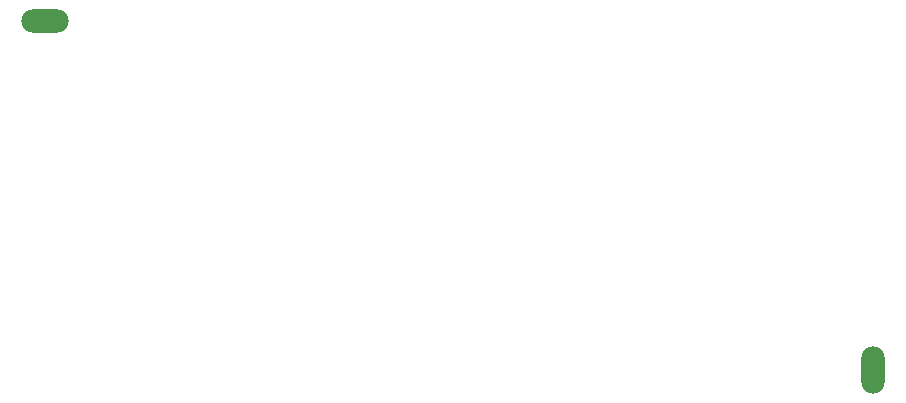
<source format=gbp>
G04 #@! TF.GenerationSoftware,KiCad,Pcbnew,8.0.3-8.0.3-0~ubuntu20.04.1*
G04 #@! TF.CreationDate,2025-03-17T01:47:29-03:00*
G04 #@! TF.ProjectId,fuente_regulable,6675656e-7465-45f7-9265-67756c61626c,rev?*
G04 #@! TF.SameCoordinates,Original*
G04 #@! TF.FileFunction,Paste,Bot*
G04 #@! TF.FilePolarity,Positive*
%FSLAX46Y46*%
G04 Gerber Fmt 4.6, Leading zero omitted, Abs format (unit mm)*
G04 Created by KiCad (PCBNEW 8.0.3-8.0.3-0~ubuntu20.04.1) date 2025-03-17 01:47:29*
%MOMM*%
%LPD*%
G01*
G04 APERTURE LIST*
%ADD10O,2.000000X4.000000*%
%ADD11O,4.000000X2.000000*%
G04 APERTURE END LIST*
D10*
X124100000Y-111000000D03*
D11*
X54000000Y-81500000D03*
M02*

</source>
